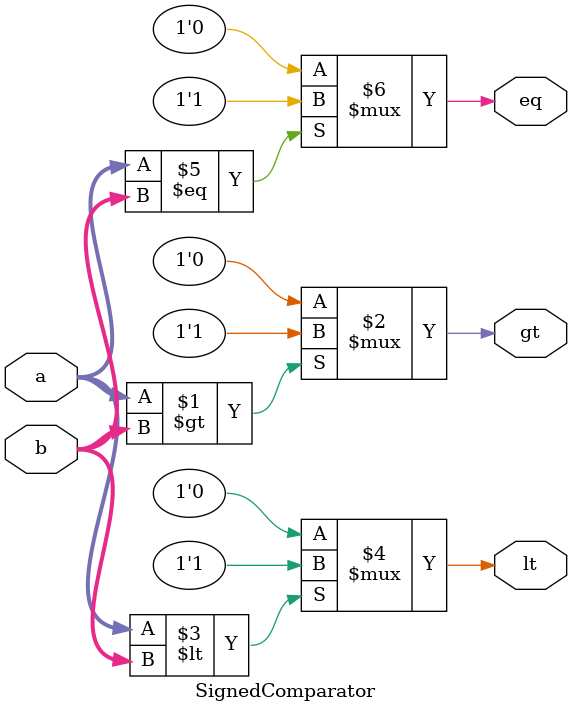
<source format=sv>
module SignedComparator (
    input  logic [3:0] a,
    input  logic [3:0] b,
    output logic       gt,
    output logic       lt,
    output logic       eq
  );
  
    assign gt = ($signed(a) > $signed(b)) ? 1'b1 : 1'b0;
    assign lt = ($signed(a) < $signed(b)) ? 1'b1 : 1'b0;
    assign eq = (a == b)                  ? 1'b1 : 1'b0;
  
  endmodule
</source>
